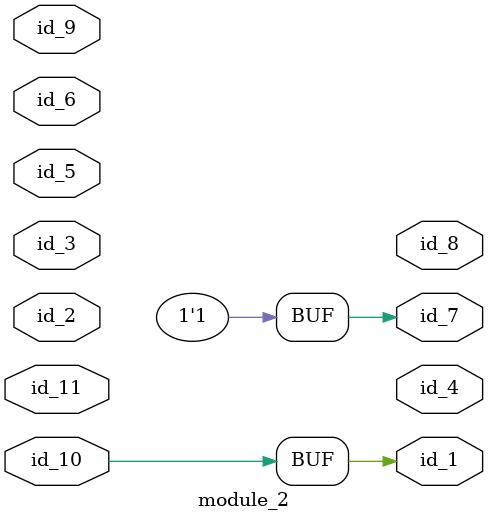
<source format=v>
module module_0;
  assign module_1.id_0 = 0;
  wire id_1 = 1'b0, id_3;
endmodule
module module_1 (
    output tri id_0
);
  wire id_3;
  module_0 modCall_1 ();
endmodule
module module_2 (
    id_1,
    id_2,
    id_3,
    id_4,
    id_5,
    id_6,
    id_7,
    id_8,
    id_9,
    id_10,
    id_11
);
  input wire id_11;
  input wire id_10;
  input wire id_9;
  output wire id_8;
  output wire id_7;
  input wire id_6;
  input wire id_5;
  output wire id_4;
  input wire id_3;
  input wire id_2;
  output wire id_1;
  assign id_7 = (1);
  assign id_8[1] = 1;
  module_0 modCall_1 ();
  assign id_1 = id_10;
endmodule

</source>
